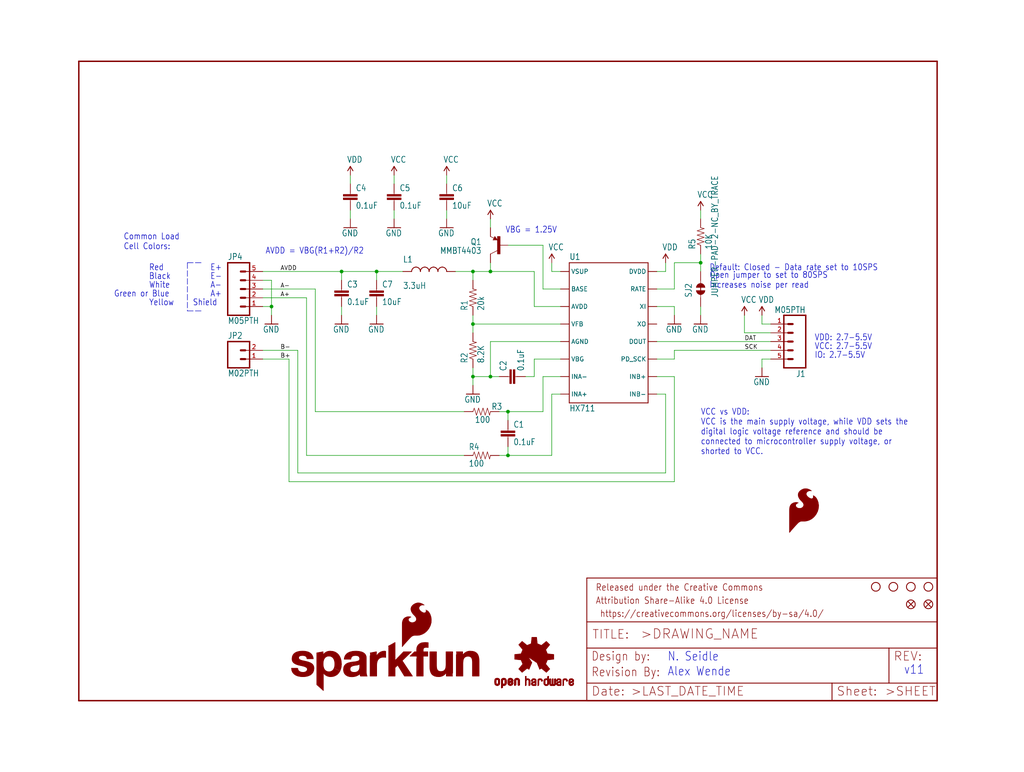
<source format=kicad_sch>
(kicad_sch (version 20211123) (generator eeschema)
  (paper "User" 297.002 223.926)
  (lib_symbols
    (symbol "SalwaAleryani-eagle-import:0.1UF-25V-5%(0603)"
      (property "Reference" "C" (at 1.524 2.921 0))
      (property "Value" "0.1UF-25V-5%(0603)" (at 1.524 -2.159 0))
      (symbol "0.1UF-25V-5%(0603)_1_0"
        (pin passive line (at 0 5.08 270) (length 2.54) (name "1") (number "1"))
        (pin passive line (at 0 -2.54 90) (length 2.54) (name "2") (number "2"))
      )
    )
    (symbol "SalwaAleryani-eagle-import:100OHM-1{slash}10W-1%(0603)"
      (property "Reference" "R" (at -3.81 1.4986 0))
      (property "Value" "100OHM-1{slash}10W-1%(0603)" (at -3.81 -3.302 0))
      (symbol "100OHM-1{slash}10W-1%(0603)_1_0"
        (pin passive line (at -5.08 0 0) (length 2.54) (name "1") (number "1"))
        (pin passive line (at 5.08 0 180) (length 2.54) (name "2") (number "2"))
      )
    )
    (symbol "SalwaAleryani-eagle-import:10KOHM-1{slash}10W-1%(0603)0603"
      (property "Reference" "R" (at -3.81 1.4986 0))
      (property "Value" "10KOHM-1{slash}10W-1%(0603)0603" (at -3.81 -3.302 0))
      (symbol "10KOHM-1{slash}10W-1%(0603)0603_1_0"
        (pin passive line (at -5.08 0 0) (length 2.54) (name "1") (number "1"))
        (pin passive line (at 5.08 0 180) (length 2.54) (name "2") (number "2"))
      )
    )
    (symbol "SalwaAleryani-eagle-import:10UF50V20%(1210)"
      (property "Reference" "C" (at 1.524 2.921 0))
      (property "Value" "10UF50V20%(1210)" (at 1.524 -2.159 0))
      (symbol "10UF50V20%(1210)_1_0"
        (pin passive line (at 0 5.08 270) (length 2.54) (name "1") (number "1"))
        (pin passive line (at 0 -2.54 90) (length 2.54) (name "2") (number "2"))
      )
    )
    (symbol "SalwaAleryani-eagle-import:20KOHM1{slash}10W1%(0603)"
      (property "Reference" "R" (at -3.81 1.4986 0))
      (property "Value" "20KOHM1{slash}10W1%(0603)" (at -3.81 -3.302 0))
      (symbol "20KOHM1{slash}10W1%(0603)_1_0"
        (pin passive line (at -5.08 0 0) (length 2.54) (name "1") (number "1"))
        (pin passive line (at 5.08 0 180) (length 2.54) (name "2") (number "2"))
      )
    )
    (symbol "SalwaAleryani-eagle-import:8.2KOHM-1{slash}10W-5%(0603)"
      (property "Reference" "R" (at -3.81 1.4986 0))
      (property "Value" "8.2KOHM-1{slash}10W-5%(0603)" (at -3.81 -3.302 0))
      (symbol "8.2KOHM-1{slash}10W-5%(0603)_1_0"
        (pin passive line (at -5.08 0 0) (length 2.54) (name "1") (number "1"))
        (pin passive line (at 5.08 0 180) (length 2.54) (name "2") (number "2"))
      )
    )
    (symbol "SalwaAleryani-eagle-import:FIDUCIAL1X2")
    (symbol "SalwaAleryani-eagle-import:FRAME-LETTER"
      (symbol "FRAME-LETTER_2_0"
        (text " https://creativecommons.org/licenses/by-sa/4.0/" (at 2.54 24.13 0) (effects (font (size 1.9304 1.6408)) (justify left bottom)))
        (text ">DRAWING_NAME" (at 15.494 17.78 0) (effects (font (size 2.7432 2.7432)) (justify left bottom)))
        (text ">LAST_DATE_TIME" (at 12.7 1.27 0) (effects (font (size 2.54 2.54)) (justify left bottom)))
        (text ">SHEET" (at 86.36 1.27 0) (effects (font (size 2.54 2.54)) (justify left bottom)))
        (text "Attribution Share-Alike 4.0 License" (at 2.54 27.94 0) (effects (font (size 1.9304 1.6408)) (justify left bottom)))
        (text "Date:" (at 1.27 1.27 0) (effects (font (size 2.54 2.54)) (justify left bottom)))
        (text "Design by:" (at 1.27 11.43 0) (effects (font (size 2.54 2.159)) (justify left bottom)))
        (text "Released under the Creative Commons" (at 2.54 31.75 0) (effects (font (size 1.9304 1.6408)) (justify left bottom)))
        (text "REV:" (at 88.9 11.43 0) (effects (font (size 2.54 2.54)) (justify left bottom)))
        (text "Sheet:" (at 72.39 1.27 0) (effects (font (size 2.54 2.54)) (justify left bottom)))
        (text "TITLE:" (at 1.524 17.78 0) (effects (font (size 2.54 2.54)) (justify left bottom)))
      )
    )
    (symbol "SalwaAleryani-eagle-import:GND" (power)
      (property "Value" "GND" (at -2.54 -2.54 0))
      (symbol "GND_1_0"
        (pin power_in line (at 0 2.54 270) (length 2.54) (name "GND") (number "1"))
      )
    )
    (symbol "SalwaAleryani-eagle-import:HX711HX711"
      (property "Reference" "U" (at -12.7 21.082 0))
      (property "Value" "HX711HX711" (at -12.7 -22.86 0))
      (symbol "HX711HX711_1_0"
        (pin bidirectional line (at -15.24 17.78 0) (length 2.54) (name "VSUP") (number "1"))
        (pin bidirectional line (at 12.7 -12.7 180) (length 2.54) (name "INB+") (number "10"))
        (pin bidirectional line (at 12.7 -7.62 180) (length 2.54) (name "PD_SCK") (number "11"))
        (pin bidirectional line (at 12.7 -2.54 180) (length 2.54) (name "DOUT") (number "12"))
        (pin bidirectional line (at 12.7 2.54 180) (length 2.54) (name "XO") (number "13"))
        (pin bidirectional line (at 12.7 7.62 180) (length 2.54) (name "XI") (number "14"))
        (pin bidirectional line (at 12.7 12.7 180) (length 2.54) (name "RATE") (number "15"))
        (pin bidirectional line (at 12.7 17.78 180) (length 2.54) (name "DVDD") (number "16"))
        (pin bidirectional line (at -15.24 12.7 0) (length 2.54) (name "BASE") (number "2"))
        (pin bidirectional line (at -15.24 7.62 0) (length 2.54) (name "AVDD") (number "3"))
        (pin bidirectional line (at -15.24 2.54 0) (length 2.54) (name "VFB") (number "4"))
        (pin bidirectional line (at -15.24 -2.54 0) (length 2.54) (name "AGND") (number "5"))
        (pin bidirectional line (at -15.24 -7.62 0) (length 2.54) (name "VBG") (number "6"))
        (pin bidirectional line (at -15.24 -12.7 0) (length 2.54) (name "INA-") (number "7"))
        (pin bidirectional line (at -15.24 -17.78 0) (length 2.54) (name "INA+") (number "8"))
        (pin bidirectional line (at 12.7 -17.78 180) (length 2.54) (name "INB-") (number "9"))
      )
    )
    (symbol "SalwaAleryani-eagle-import:INDUCTOR0805-IND"
      (property "Reference" "L" (at 2.54 5.08 0))
      (property "Value" "INDUCTOR0805-IND" (at 2.54 -5.08 0))
      (symbol "INDUCTOR0805-IND_1_0"
        (pin passive line (at 0 7.62 270) (length 2.54) (name "1") (number "1"))
        (pin passive line (at 0 -7.62 90) (length 2.54) (name "2") (number "2"))
      )
    )
    (symbol "SalwaAleryani-eagle-import:JUMPER-PAD-2-NC_BY_TRACE"
      (property "Reference" "JP" (at -2.54 2.54 0))
      (property "Value" "JUMPER-PAD-2-NC_BY_TRACE" (at -2.54 -5.08 0))
      (symbol "JUMPER-PAD-2-NC_BY_TRACE_1_0"
        (pin passive line (at -5.08 0 0) (length 2.54) (name "1") (number "1"))
        (pin passive line (at 5.08 0 180) (length 2.54) (name "2") (number "2"))
      )
    )
    (symbol "SalwaAleryani-eagle-import:M02PTH"
      (property "Reference" "J" (at -2.54 5.842 0))
      (property "Value" "M02PTH" (at -2.54 -5.08 0))
      (symbol "M02PTH_1_0"
        (pin passive line (at 7.62 0 180) (length 5.08) (name "1") (number "1"))
        (pin passive line (at 7.62 2.54 180) (length 5.08) (name "2") (number "2"))
      )
    )
    (symbol "SalwaAleryani-eagle-import:M05PTH"
      (property "Reference" "J" (at -2.54 8.382 0))
      (property "Value" "M05PTH" (at -2.54 -10.16 0))
      (symbol "M05PTH_1_0"
        (pin passive line (at 7.62 -5.08 180) (length 5.08) (name "1") (number "1"))
        (pin passive line (at 7.62 -2.54 180) (length 5.08) (name "2") (number "2"))
        (pin passive line (at 7.62 0 180) (length 5.08) (name "3") (number "3"))
        (pin passive line (at 7.62 2.54 180) (length 5.08) (name "4") (number "4"))
        (pin passive line (at 7.62 5.08 180) (length 5.08) (name "5") (number "5"))
      )
    )
    (symbol "SalwaAleryani-eagle-import:OSHW-LOGOS")
    (symbol "SalwaAleryani-eagle-import:REVISION"
      (symbol "REVISION_1_0"
        (text "Revision By: " (at 0 0 0) (effects (font (size 2.54 2.159)) (justify left bottom)))
      )
    )
    (symbol "SalwaAleryani-eagle-import:SFE_LOGO_FLAME.1_INCH")
    (symbol "SalwaAleryani-eagle-import:SFE_LOGO_NAME_FLAME.1_INCH")
    (symbol "SalwaAleryani-eagle-import:STAND-OFF")
    (symbol "SalwaAleryani-eagle-import:TRANSISTOR_PNPMMBT4403"
      (property "Reference" "Q" (at 5.08 0 0))
      (property "Value" "TRANSISTOR_PNPMMBT4403" (at 5.08 -2.54 0))
      (symbol "TRANSISTOR_PNPMMBT4403_1_0"
        (pin passive line (at -2.54 0 0) (length 2.54) (name "B") (number "1"))
        (pin passive line (at 2.54 5.08 270) (length 2.54) (name "E") (number "2"))
        (pin passive line (at 2.54 -5.08 90) (length 2.54) (name "C") (number "3"))
      )
    )
    (symbol "SalwaAleryani-eagle-import:VCC" (power)
      (property "Value" "VCC" (at -1.016 3.556 0))
      (symbol "VCC_1_0"
        (pin power_in line (at 0 0 90) (length 2.54) (name "VCC") (number "1"))
      )
    )
    (symbol "SalwaAleryani-eagle-import:VDD" (power)
      (property "Value" "VDD" (at -1.016 3.556 0))
      (symbol "VDD_1_0"
        (pin power_in line (at 0 0 90) (length 2.54) (name "VDD") (number "1"))
      )
    )
  )
  (junction (at 147.32 132.08))
  (junction (at 137.16 93.98))
  (junction (at 142.24 78.74))
  (junction (at 109.22 78.74))
  (junction (at 137.16 109.22))
  (junction (at 142.24 109.22))
  (junction (at 203.2 76.2))
  (junction (at 78.74 88.9))
  (junction (at 147.32 119.38))
  (junction (at 137.16 78.74))
  (junction (at 99.06 78.74))
  (wire (pts (xy 195.58 109.22) (xy 195.58 139.7)))
  (wire (pts (xy 203.2 88.9) (xy 203.2 91.44)))
  (polyline (pts (xy 54.356 76.2) (xy 58.42 76.2)))
  (wire (pts (xy 203.2 76.2) (xy 195.58 76.2)))
  (wire (pts (xy 162.56 99.06) (xy 142.24 99.06)))
  (wire (pts (xy 91.44 119.38) (xy 91.44 83.82)))
  (wire (pts (xy 88.9 86.36) (xy 76.2 86.36)))
  (wire (pts (xy 190.5 99.06) (xy 223.52 99.06)))
  (wire (pts (xy 147.32 121.92) (xy 147.32 119.38)))
  (wire (pts (xy 86.36 101.6) (xy 76.2 101.6)))
  (wire (pts (xy 129.54 60.96) (xy 129.54 63.5)))
  (wire (pts (xy 101.6 50.8) (xy 101.6 53.34)))
  (wire (pts (xy 109.22 78.74) (xy 99.06 78.74)))
  (wire (pts (xy 83.82 104.14) (xy 76.2 104.14)))
  (wire (pts (xy 137.16 96.52) (xy 137.16 93.98)))
  (wire (pts (xy 190.5 104.14) (xy 195.58 104.14)))
  (wire (pts (xy 154.94 78.74) (xy 142.24 78.74)))
  (wire (pts (xy 190.5 88.9) (xy 195.58 88.9)))
  (wire (pts (xy 162.56 109.22) (xy 157.48 109.22)))
  (wire (pts (xy 99.06 78.74) (xy 76.2 78.74)))
  (polyline (pts (xy 54.356 76.2) (xy 54.356 90.17)))
  (wire (pts (xy 83.82 139.7) (xy 83.82 104.14)))
  (wire (pts (xy 193.04 114.3) (xy 193.04 137.16)))
  (wire (pts (xy 137.16 93.98) (xy 137.16 91.44)))
  (wire (pts (xy 157.48 109.22) (xy 157.48 119.38)))
  (wire (pts (xy 215.9 96.52) (xy 215.9 91.44)))
  (wire (pts (xy 91.44 83.82) (xy 76.2 83.82)))
  (wire (pts (xy 142.24 63.5) (xy 142.24 66.04)))
  (wire (pts (xy 190.5 114.3) (xy 193.04 114.3)))
  (wire (pts (xy 137.16 111.76) (xy 137.16 109.22)))
  (wire (pts (xy 193.04 137.16) (xy 86.36 137.16)))
  (wire (pts (xy 142.24 99.06) (xy 142.24 109.22)))
  (wire (pts (xy 193.04 78.74) (xy 193.04 76.2)))
  (wire (pts (xy 147.32 119.38) (xy 144.78 119.38)))
  (wire (pts (xy 76.2 88.9) (xy 78.74 88.9)))
  (wire (pts (xy 203.2 76.2) (xy 203.2 78.74)))
  (wire (pts (xy 142.24 109.22) (xy 137.16 109.22)))
  (wire (pts (xy 162.56 93.98) (xy 137.16 93.98)))
  (wire (pts (xy 154.94 109.22) (xy 152.4 109.22)))
  (wire (pts (xy 129.54 53.34) (xy 129.54 50.8)))
  (wire (pts (xy 99.06 88.9) (xy 99.06 91.44)))
  (wire (pts (xy 195.58 76.2) (xy 195.58 83.82)))
  (wire (pts (xy 190.5 78.74) (xy 193.04 78.74)))
  (wire (pts (xy 147.32 132.08) (xy 144.78 132.08)))
  (wire (pts (xy 109.22 78.74) (xy 109.22 81.28)))
  (wire (pts (xy 109.22 78.74) (xy 116.84 78.74)))
  (wire (pts (xy 154.94 104.14) (xy 154.94 109.22)))
  (wire (pts (xy 109.22 91.44) (xy 109.22 88.9)))
  (wire (pts (xy 190.5 109.22) (xy 195.58 109.22)))
  (wire (pts (xy 190.5 83.82) (xy 195.58 83.82)))
  (wire (pts (xy 203.2 63.5) (xy 203.2 60.96)))
  (wire (pts (xy 78.74 81.28) (xy 78.74 88.9)))
  (wire (pts (xy 86.36 137.16) (xy 86.36 101.6)))
  (wire (pts (xy 142.24 76.2) (xy 142.24 78.74)))
  (wire (pts (xy 114.3 50.8) (xy 114.3 53.34)))
  (wire (pts (xy 99.06 81.28) (xy 99.06 78.74)))
  (wire (pts (xy 137.16 81.28) (xy 137.16 78.74)))
  (wire (pts (xy 195.58 88.9) (xy 195.58 91.44)))
  (wire (pts (xy 195.58 139.7) (xy 83.82 139.7)))
  (wire (pts (xy 147.32 71.12) (xy 157.48 71.12)))
  (wire (pts (xy 160.02 114.3) (xy 160.02 132.08)))
  (wire (pts (xy 101.6 63.5) (xy 101.6 60.96)))
  (wire (pts (xy 195.58 101.6) (xy 223.52 101.6)))
  (polyline (pts (xy 54.356 90.17) (xy 58.42 90.17)))
  (wire (pts (xy 160.02 78.74) (xy 162.56 78.74)))
  (wire (pts (xy 154.94 88.9) (xy 154.94 78.74)))
  (wire (pts (xy 142.24 78.74) (xy 137.16 78.74)))
  (wire (pts (xy 134.62 132.08) (xy 88.9 132.08)))
  (wire (pts (xy 160.02 76.2) (xy 160.02 78.74)))
  (wire (pts (xy 76.2 81.28) (xy 78.74 81.28)))
  (wire (pts (xy 162.56 104.14) (xy 154.94 104.14)))
  (wire (pts (xy 162.56 83.82) (xy 157.48 83.82)))
  (wire (pts (xy 144.78 109.22) (xy 142.24 109.22)))
  (wire (pts (xy 220.98 93.98) (xy 223.52 93.98)))
  (wire (pts (xy 195.58 104.14) (xy 195.58 101.6)))
  (wire (pts (xy 137.16 106.68) (xy 137.16 109.22)))
  (wire (pts (xy 160.02 132.08) (xy 147.32 132.08)))
  (wire (pts (xy 157.48 119.38) (xy 147.32 119.38)))
  (wire (pts (xy 132.08 78.74) (xy 137.16 78.74)))
  (wire (pts (xy 134.62 119.38) (xy 91.44 119.38)))
  (wire (pts (xy 162.56 114.3) (xy 160.02 114.3)))
  (wire (pts (xy 203.2 73.66) (xy 203.2 76.2)))
  (wire (pts (xy 223.52 96.52) (xy 215.9 96.52)))
  (wire (pts (xy 78.74 88.9) (xy 78.74 91.44)))
  (wire (pts (xy 162.56 88.9) (xy 154.94 88.9)))
  (wire (pts (xy 157.48 71.12) (xy 157.48 83.82)))
  (wire (pts (xy 220.98 91.44) (xy 220.98 93.98)))
  (wire (pts (xy 114.3 63.5) (xy 114.3 60.96)))
  (wire (pts (xy 220.98 104.14) (xy 220.98 106.68)))
  (wire (pts (xy 147.32 129.54) (xy 147.32 132.08)))
  (wire (pts (xy 88.9 132.08) (xy 88.9 86.36)))
  (wire (pts (xy 223.52 104.14) (xy 220.98 104.14)))
  (text "AVDD = VBG(R1+R2)/R2" (at 76.962 73.914 180) (effects (font (size 1.778 1.5113)) (justify left bottom)))
  (text "Red" (at 43.18 78.74 180) (effects (font (size 1.778 1.5113)) (justify left bottom)))
  (text "v11" (at 262.128 195.834 180) (effects (font (size 2.54 2.159)) (justify left bottom)))
  (text "Shield" (at 55.88 88.9 180) (effects (font (size 1.778 1.5113)) (justify left bottom)))
  (text "Common Load\nCell Colors:" (at 35.814 72.644 180) (effects (font (size 1.778 1.5113)) (justify left bottom)))
  (text "Open jumper to set to 80SPS\nIncreases noise per read" (at 205.74 83.82 0) (effects (font (size 1.778 1.5113)) (justify left bottom)))
  (text "Green or Blue" (at 33.02 86.36 180) (effects (font (size 1.778 1.5113)) (justify left bottom)))
  (text "A-" (at 60.96 83.82 180) (effects (font (size 1.778 1.5113)) (justify left bottom)))
  (text "VBG = 1.25V" (at 146.558 67.818 180) (effects (font (size 1.778 1.5113)) (justify left bottom)))
  (text "White" (at 43.18 83.82 180) (effects (font (size 1.778 1.5113)) (justify left bottom)))
  (text "IO: 2.7-5.5V" (at 236.22 104.14 180) (effects (font (size 1.778 1.5113)) (justify left bottom)))
  (text "Black" (at 43.18 81.28 180) (effects (font (size 1.778 1.5113)) (justify left bottom)))
  (text "E-" (at 60.96 81.28 180) (effects (font (size 1.778 1.5113)) (justify left bottom)))
  (text "N. Seidle" (at 193.548 192.024 180) (effects (font (size 2.54 2.159)) (justify left bottom)))
  (text "VCC: 2.7-5.5V" (at 236.22 101.6 180) (effects (font (size 1.778 1.5113)) (justify left bottom)))
  (text "VDD: 2.7-5.5V" (at 236.22 99.06 180) (effects (font (size 1.778 1.5113)) (justify left bottom)))
  (text "E+" (at 60.96 78.74 180) (effects (font (size 1.778 1.5113)) (justify left bottom)))
  (text "Default: Closed - Data rate set to 10SPS" (at 205.74 78.74 180) (effects (font (size 1.778 1.5113)) (justify left bottom)))
  (text "Yellow" (at 43.18 88.9 180) (effects (font (size 1.778 1.5113)) (justify left bottom)))
  (text "A+" (at 60.96 86.36 180) (effects (font (size 1.778 1.5113)) (justify left bottom)))
  (text "Alex Wende" (at 193.548 196.342 180) (effects (font (size 2.54 2.159)) (justify left bottom)))
  (text "VCC vs VDD:\nVCC is the main supply voltage, while VDD sets the\ndigital logic voltage reference and should be\nconnected to microcontroller supply voltage, or\nshorted to VCC." (at 203.2 132.08 0) (effects (font (size 1.778 1.5113)) (justify left bottom)))
  (label "A-" (at 81.28 83.82 0) (effects (font (size 1.2446 1.2446))))
  (label "SCK" (at 215.9 101.6 0) (effects (font (size 1.2446 1.2446))))
  (label "A+" (at 81.28 86.36 0) (effects (font (size 1.2446 1.2446))))
  (label "B+" (at 81.28 104.14 0) (effects (font (size 1.2446 1.2446))))
  (label "AVDD" (at 81.28 78.74 0) (effects (font (size 1.2446 1.2446))))
  (label "DAT" (at 215.9 99.06 0) (effects (font (size 1.2446 1.2446))))
  (label "B-" (at 81.28 101.6 0) (effects (font (size 1.2446 1.2446))))
  (symbol (lib_id "SalwaAleryani-eagle-import:VCC") (at 203.2 60.96 0) (unit 1)
    (property "Reference" "#SUPPLY6" (effects hide))
    (property "Value" "VCC" (at 202.184 57.404 0) (effects (font (size 1.778 1.5113)) (justify left bottom)))
    (property "Footprint" "SalwaAleryani:" (effects hide))
  )
  (symbol (lib_id "SalwaAleryani-eagle-import:FIDUCIAL1X2") (at 264.16 175.26 0) (unit 1)
    (property "Reference" "FID2" (effects hide))
    (property "Value" "FIDUCIAL1X2" (effects hide))
    (property "Footprint" "SalwaAleryani:FIDUCIAL-1X2" (effects hide))
  )
  (symbol (lib_id "SalwaAleryani-eagle-import:GND") (at 129.54 66.04 0) (unit 1)
    (property "Reference" "#GND3" (effects hide))
    (property "Value" "GND" (at 127 68.58 0) (effects (font (size 1.778 1.5113)) (justify left bottom)))
    (property "Footprint" "SalwaAleryani:" (effects hide))
  )
  (symbol (lib_id "SalwaAleryani-eagle-import:0.1UF-25V-5%(0603)") (at 99.06 86.36 0) (unit 1)
    (property "Reference" "C3" (at 100.584 83.439 0) (effects (font (size 1.778 1.5113)) (justify left bottom)))
    (property "Value" "0.1uF" (at 100.584 88.519 0) (effects (font (size 1.778 1.5113)) (justify left bottom)))
    (property "Footprint" "SalwaAleryani:0603-CAP" (effects hide))
  )
  (symbol (lib_id "SalwaAleryani-eagle-import:VCC") (at 160.02 76.2 0) (unit 1)
    (property "Reference" "#SUPPLY3" (effects hide))
    (property "Value" "VCC" (at 159.004 72.644 0) (effects (font (size 1.778 1.5113)) (justify left bottom)))
    (property "Footprint" "SalwaAleryani:" (effects hide))
  )
  (symbol (lib_id "SalwaAleryani-eagle-import:FRAME-LETTER") (at 22.86 203.2 0) (unit 1)
    (property "Reference" "FRAME1" (effects hide))
    (property "Value" "FRAME-LETTER" (effects hide))
    (property "Footprint" "SalwaAleryani:CREATIVE_COMMONS" (effects hide))
  )
  (symbol (lib_id "SalwaAleryani-eagle-import:GND") (at 109.22 93.98 0) (unit 1)
    (property "Reference" "#GND5" (effects hide))
    (property "Value" "GND" (at 106.68 96.52 0) (effects (font (size 1.778 1.5113)) (justify left bottom)))
    (property "Footprint" "SalwaAleryani:" (effects hide))
  )
  (symbol (lib_id "SalwaAleryani-eagle-import:STAND-OFF") (at 264.16 170.18 0) (unit 1)
    (property "Reference" "STANDOFF2" (effects hide))
    (property "Value" "STAND-OFF" (effects hide))
    (property "Footprint" "SalwaAleryani:STAND-OFF" (effects hide))
  )
  (symbol (lib_id "SalwaAleryani-eagle-import:GND") (at 78.74 93.98 0) (unit 1)
    (property "Reference" "#GND4" (effects hide))
    (property "Value" "GND" (at 76.2 96.52 0) (effects (font (size 1.778 1.5113)) (justify left bottom)))
    (property "Footprint" "SalwaAleryani:" (effects hide))
  )
  (symbol (lib_id "SalwaAleryani-eagle-import:VDD") (at 101.6 50.8 0) (unit 1)
    (property "Reference" "#SUPPLY9" (effects hide))
    (property "Value" "VDD" (at 100.584 47.244 0) (effects (font (size 1.778 1.5113)) (justify left bottom)))
    (property "Footprint" "SalwaAleryani:" (effects hide))
  )
  (symbol (lib_id "SalwaAleryani-eagle-import:0.1UF-25V-5%(0603)") (at 147.32 127 0) (unit 1)
    (property "Reference" "C1" (at 148.844 124.079 0) (effects (font (size 1.778 1.5113)) (justify left bottom)))
    (property "Value" "0.1uF" (at 148.844 129.159 0) (effects (font (size 1.778 1.5113)) (justify left bottom)))
    (property "Footprint" "SalwaAleryani:0603-CAP" (effects hide))
  )
  (symbol (lib_id "SalwaAleryani-eagle-import:OSHW-LOGOS") (at 154.94 190.5 0) (unit 1)
    (property "Reference" "U7" (effects hide))
    (property "Value" "OSHW-LOGOS" (effects hide))
    (property "Footprint" "SalwaAleryani:OSHW-LOGO-S" (effects hide))
  )
  (symbol (lib_id "SalwaAleryani-eagle-import:STAND-OFF") (at 254 170.18 0) (unit 1)
    (property "Reference" "STANDOFF4" (effects hide))
    (property "Value" "STAND-OFF" (effects hide))
    (property "Footprint" "SalwaAleryani:STAND-OFF" (effects hide))
  )
  (symbol (lib_id "SalwaAleryani-eagle-import:VCC") (at 142.24 63.5 0) (unit 1)
    (property "Reference" "#SUPPLY1" (effects hide))
    (property "Value" "VCC" (at 141.224 59.944 0) (effects (font (size 1.778 1.5113)) (justify left bottom)))
    (property "Footprint" "SalwaAleryani:" (effects hide))
  )
  (symbol (lib_id "SalwaAleryani-eagle-import:VCC") (at 114.3 50.8 0) (unit 1)
    (property "Reference" "#SUPPLY7" (effects hide))
    (property "Value" "VCC" (at 113.284 47.244 0) (effects (font (size 1.778 1.5113)) (justify left bottom)))
    (property "Footprint" "SalwaAleryani:" (effects hide))
  )
  (symbol (lib_id "SalwaAleryani-eagle-import:GND") (at 101.6 66.04 0) (unit 1)
    (property "Reference" "#GND10" (effects hide))
    (property "Value" "GND" (at 99.06 68.58 0) (effects (font (size 1.778 1.5113)) (justify left bottom)))
    (property "Footprint" "SalwaAleryani:" (effects hide))
  )
  (symbol (lib_id "SalwaAleryani-eagle-import:0.1UF-25V-5%(0603)") (at 101.6 58.42 0) (unit 1)
    (property "Reference" "C4" (at 103.124 55.499 0) (effects (font (size 1.778 1.5113)) (justify left bottom)))
    (property "Value" "0.1uF" (at 103.124 60.579 0) (effects (font (size 1.778 1.5113)) (justify left bottom)))
    (property "Footprint" "SalwaAleryani:0603-CAP" (effects hide))
  )
  (symbol (lib_id "SalwaAleryani-eagle-import:VCC") (at 129.54 50.8 0) (unit 1)
    (property "Reference" "#SUPPLY2" (effects hide))
    (property "Value" "VCC" (at 128.524 47.244 0) (effects (font (size 1.778 1.5113)) (justify left bottom)))
    (property "Footprint" "SalwaAleryani:" (effects hide))
  )
  (symbol (lib_id "SalwaAleryani-eagle-import:10UF50V20%(1210)") (at 109.22 86.36 0) (unit 1)
    (property "Reference" "C7" (at 110.744 83.439 0) (effects (font (size 1.778 1.5113)) (justify left bottom)))
    (property "Value" "10uF" (at 110.744 88.519 0) (effects (font (size 1.778 1.5113)) (justify left bottom)))
    (property "Footprint" "SalwaAleryani:1210" (effects hide))
  )
  (symbol (lib_id "SalwaAleryani-eagle-import:INDUCTOR0805-IND") (at 124.46 78.74 90) (unit 1)
    (property "Reference" "L1" (at 116.84 76.2 90) (effects (font (size 1.778 1.5113)) (justify right top)))
    (property "Value" "3.3uH" (at 116.84 83.82 90) (effects (font (size 1.778 1.5113)) (justify right top)))
    (property "Footprint" "SalwaAleryani:0805" (effects hide))
  )
  (symbol (lib_id "SalwaAleryani-eagle-import:100OHM-1{slash}10W-1%(0603)") (at 139.7 119.38 0) (unit 1)
    (property "Reference" "R3" (at 142.494 118.872 0) (effects (font (size 1.778 1.5113)) (justify left bottom)))
    (property "Value" "100" (at 137.668 122.682 0) (effects (font (size 1.778 1.5113)) (justify left bottom)))
    (property "Footprint" "SalwaAleryani:0603-RES" (effects hide))
  )
  (symbol (lib_id "SalwaAleryani-eagle-import:SFE_LOGO_NAME_FLAME.1_INCH") (at 83.82 200.66 0) (unit 1)
    (property "Reference" "LOGO1" (effects hide))
    (property "Value" "SFE_LOGO_NAME_FLAME.1_INCH" (effects hide))
    (property "Footprint" "SalwaAleryani:SFE_LOGO_NAME_FLAME_.1" (effects hide))
  )
  (symbol (lib_id "SalwaAleryani-eagle-import:GND") (at 203.2 93.98 0) (unit 1)
    (property "Reference" "#GND7" (effects hide))
    (property "Value" "GND" (at 200.66 96.52 0) (effects (font (size 1.778 1.5113)) (justify left bottom)))
    (property "Footprint" "SalwaAleryani:" (effects hide))
  )
  (symbol (lib_id "SalwaAleryani-eagle-import:GND") (at 220.98 109.22 0) (unit 1)
    (property "Reference" "#GND1" (effects hide))
    (property "Value" "GND" (at 218.44 111.76 0) (effects (font (size 1.778 1.5113)) (justify left bottom)))
    (property "Footprint" "SalwaAleryani:" (effects hide))
  )
  (symbol (lib_id "SalwaAleryani-eagle-import:GND") (at 137.16 114.3 0) (unit 1)
    (property "Reference" "#GND9" (effects hide))
    (property "Value" "GND" (at 134.62 116.84 0) (effects (font (size 1.778 1.5113)) (justify left bottom)))
    (property "Footprint" "SalwaAleryani:" (effects hide))
  )
  (symbol (lib_id "SalwaAleryani-eagle-import:8.2KOHM-1{slash}10W-5%(0603)") (at 137.16 101.6 90) (unit 1)
    (property "Reference" "R2" (at 135.6614 105.41 0) (effects (font (size 1.778 1.5113)) (justify left bottom)))
    (property "Value" "8.2K" (at 140.462 105.41 0) (effects (font (size 1.778 1.5113)) (justify left bottom)))
    (property "Footprint" "SalwaAleryani:0603-RES" (effects hide))
  )
  (symbol (lib_id "SalwaAleryani-eagle-import:0.1UF-25V-5%(0603)") (at 149.86 109.22 90) (unit 1)
    (property "Reference" "C2" (at 146.939 107.696 0) (effects (font (size 1.778 1.5113)) (justify left bottom)))
    (property "Value" "0.1uF" (at 152.019 107.696 0) (effects (font (size 1.778 1.5113)) (justify left bottom)))
    (property "Footprint" "SalwaAleryani:0603-CAP" (effects hide))
  )
  (symbol (lib_id "SalwaAleryani-eagle-import:FIDUCIAL1X2") (at 269.24 175.26 0) (unit 1)
    (property "Reference" "FID1" (effects hide))
    (property "Value" "FIDUCIAL1X2" (effects hide))
    (property "Footprint" "SalwaAleryani:FIDUCIAL-1X2" (effects hide))
  )
  (symbol (lib_id "SalwaAleryani-eagle-import:VDD") (at 193.04 76.2 0) (unit 1)
    (property "Reference" "#SUPPLY4" (effects hide))
    (property "Value" "VDD" (at 192.024 72.644 0) (effects (font (size 1.778 1.5113)) (justify left bottom)))
    (property "Footprint" "SalwaAleryani:" (effects hide))
  )
  (symbol (lib_id "SalwaAleryani-eagle-import:10UF50V20%(1210)") (at 129.54 58.42 0) (unit 1)
    (property "Reference" "C6" (at 131.064 55.499 0) (effects (font (size 1.778 1.5113)) (justify left bottom)))
    (property "Value" "10uF" (at 131.064 60.579 0) (effects (font (size 1.778 1.5113)) (justify left bottom)))
    (property "Footprint" "SalwaAleryani:1210" (effects hide))
  )
  (symbol (lib_id "SalwaAleryani-eagle-import:HX711HX711") (at 177.8 96.52 0) (unit 1)
    (property "Reference" "U1" (at 165.1 75.438 0) (effects (font (size 1.778 1.5113)) (justify left bottom)))
    (property "Value" "HX711" (at 165.1 119.38 0) (effects (font (size 1.778 1.5113)) (justify left bottom)))
    (property "Footprint" "SalwaAleryani:SO16" (effects hide))
  )
  (symbol (lib_id "SalwaAleryani-eagle-import:M05PTH") (at 68.58 83.82 0) (unit 1)
    (property "Reference" "JP4" (at 66.04 75.438 0) (effects (font (size 1.778 1.5113)) (justify left bottom)))
    (property "Value" "M05PTH" (at 66.04 93.98 0) (effects (font (size 1.778 1.5113)) (justify left bottom)))
    (property "Footprint" "SalwaAleryani:1X05" (effects hide))
  )
  (symbol (lib_id "SalwaAleryani-eagle-import:STAND-OFF") (at 259.08 170.18 0) (unit 1)
    (property "Reference" "STANDOFF3" (effects hide))
    (property "Value" "STAND-OFF" (effects hide))
    (property "Footprint" "SalwaAleryani:STAND-OFF" (effects hide))
  )
  (symbol (lib_id "SalwaAleryani-eagle-import:TRANSISTOR_PNPMMBT4403") (at 144.78 71.12 0) (mirror y) (unit 1)
    (property "Reference" "Q1" (at 139.7 71.12 0) (effects (font (size 1.778 1.5113)) (justify left bottom)))
    (property "Value" "MMBT4403" (at 139.7 73.66 0) (effects (font (size 1.778 1.5113)) (justify left bottom)))
    (property "Footprint" "SalwaAleryani:SOT23-3" (effects hide))
  )
  (symbol (lib_id "SalwaAleryani-eagle-import:10KOHM-1{slash}10W-1%(0603)0603") (at 203.2 68.58 90) (unit 1)
    (property "Reference" "R5" (at 201.7014 72.39 0) (effects (font (size 1.778 1.5113)) (justify left bottom)))
    (property "Value" "10K" (at 206.502 72.39 0) (effects (font (size 1.778 1.5113)) (justify left bottom)))
    (property "Footprint" "SalwaAleryani:0603-RES" (effects hide))
  )
  (symbol (lib_id "SalwaAleryani-eagle-import:JUMPER-PAD-2-NC_BY_TRACE") (at 203.2 83.82 90) (unit 1)
    (property "Reference" "SJ2" (at 200.66 86.36 0) (effects (font (size 1.778 1.5113)) (justify left bottom)))
    (property "Value" "JUMPER-PAD-2-NC_BY_TRACE" (at 208.28 86.36 0) (effects (font (size 1.778 1.5113)) (justify left bottom)))
    (property "Footprint" "SalwaAleryani:PAD-JUMPER-2-NC_BY_TRACE_YES_SILK" (effects hide))
  )
  (symbol (lib_id "SalwaAleryani-eagle-import:VCC") (at 215.9 91.44 0) (unit 1)
    (property "Reference" "#SUPPLY5" (effects hide))
    (property "Value" "VCC" (at 214.884 87.884 0) (effects (font (size 1.778 1.5113)) (justify left bottom)))
    (property "Footprint" "SalwaAleryani:" (effects hide))
  )
  (symbol (lib_id "SalwaAleryani-eagle-import:STAND-OFF") (at 269.24 170.18 0) (unit 1)
    (property "Reference" "STANDOFF1" (effects hide))
    (property "Value" "STAND-OFF" (effects hide))
    (property "Footprint" "SalwaAleryani:STAND-OFF" (effects hide))
  )
  (symbol (lib_id "SalwaAleryani-eagle-import:GND") (at 114.3 66.04 0) (unit 1)
    (property "Reference" "#GND8" (effects hide))
    (property "Value" "GND" (at 111.76 68.58 0) (effects (font (size 1.778 1.5113)) (justify left bottom)))
    (property "Footprint" "SalwaAleryani:" (effects hide))
  )
  (symbol (lib_id "SalwaAleryani-eagle-import:100OHM-1{slash}10W-1%(0603)") (at 139.7 132.08 0) (unit 1)
    (property "Reference" "R4" (at 135.89 130.5814 0) (effects (font (size 1.778 1.5113)) (justify left bottom)))
    (property "Value" "100" (at 135.89 135.382 0) (effects (font (size 1.778 1.5113)) (justify left bottom)))
    (property "Footprint" "SalwaAleryani:0603-RES" (effects hide))
  )
  (symbol (lib_id "SalwaAleryani-eagle-import:M05PTH") (at 231.14 99.06 180) (unit 1)
    (property "Reference" "J1" (at 233.68 107.442 0) (effects (font (size 1.778 1.5113)) (justify left bottom)))
    (property "Value" "M05PTH" (at 233.68 88.9 0) (effects (font (size 1.778 1.5113)) (justify left bottom)))
    (property "Footprint" "SalwaAleryani:1X05" (effects hide))
  )
  (symbol (lib_id "SalwaAleryani-eagle-import:FRAME-LETTER") (at 170.18 203.2 0) (unit 2)
    (property "Reference" "FRAME1" (effects hide))
    (property "Value" "FRAME-LETTER" (effects hide))
    (property "Footprint" "SalwaAleryani:CREATIVE_COMMONS" (effects hide))
  )
  (symbol (lib_id "SalwaAleryani-eagle-import:20KOHM1{slash}10W1%(0603)") (at 137.16 86.36 90) (unit 1)
    (property "Reference" "R1" (at 135.6614 90.17 0) (effects (font (size 1.778 1.5113)) (justify left bottom)))
    (property "Value" "20k" (at 140.462 90.17 0) (effects (font (size 1.778 1.5113)) (justify left bottom)))
    (property "Footprint" "SalwaAleryani:0603-RES" (effects hide))
  )
  (symbol (lib_id "SalwaAleryani-eagle-import:REVISION") (at 171.45 196.342 0) (unit 1)
    (property "Reference" "U$1" (effects hide))
    (property "Value" "REVISION" (effects hide))
    (property "Footprint" "SalwaAleryani:REVISION" (effects hide))
  )
  (symbol (lib_id "SalwaAleryani-eagle-import:VDD") (at 220.98 91.44 0) (unit 1)
    (property "Reference" "#SUPPLY8" (effects hide))
    (property "Value" "VDD" (at 219.964 87.884 0) (effects (font (size 1.778 1.5113)) (justify left bottom)))
    (property "Footprint" "SalwaAleryani:" (effects hide))
  )
  (symbol (lib_id "SalwaAleryani-eagle-import:SFE_LOGO_FLAME.1_INCH") (at 228.6 154.94 0) (unit 1)
    (property "Reference" "LOGO3" (effects hide))
    (property "Value" "SFE_LOGO_FLAME.1_INCH" (effects hide))
    (property "Footprint" "SalwaAleryani:SFE_LOGO_FLAME_.1" (effects hide))
  )
  (symbol (lib_id "SalwaAleryani-eagle-import:GND") (at 99.06 93.98 0) (unit 1)
    (property "Reference" "#GND6" (effects hide))
    (property "Value" "GND" (at 96.52 96.52 0) (effects (font (size 1.778 1.5113)) (justify left bottom)))
    (property "Footprint" "SalwaAleryani:" (effects hide))
  )
  (symbol (lib_id "SalwaAleryani-eagle-import:GND") (at 195.58 93.98 0) (unit 1)
    (property "Reference" "#GND2" (effects hide))
    (property "Value" "GND" (at 193.04 96.52 0) (effects (font (size 1.778 1.5113)) (justify left bottom)))
    (property "Footprint" "SalwaAleryani:" (effects hide))
  )
  (symbol (lib_id "SalwaAleryani-eagle-import:M02PTH") (at 68.58 104.14 0) (unit 1)
    (property "Reference" "JP2" (at 66.04 98.298 0) (effects (font (size 1.778 1.5113)) (justify left bottom)))
    (property "Value" "M02PTH" (at 66.04 109.22 0) (effects (font (size 1.778 1.5113)) (justify left bottom)))
    (property "Footprint" "SalwaAleryani:1X02" (effects hide))
  )
  (symbol (lib_id "SalwaAleryani-eagle-import:0.1UF-25V-5%(0603)") (at 114.3 58.42 0) (unit 1)
    (property "Reference" "C5" (at 115.824 55.499 0) (effects (font (size 1.778 1.5113)) (justify left bottom)))
    (property "Value" "0.1uF" (at 115.824 60.579 0) (effects (font (size 1.778 1.5113)) (justify left bottom)))
    (property "Footprint" "SalwaAleryani:0603-CAP" (effects hide))
  )
)
</source>
